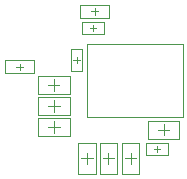
<source format=gbr>
G04*
G04 #@! TF.GenerationSoftware,Altium Limited,Altium Designer,23.0.1 (38)*
G04*
G04 Layer_Color=32768*
%FSLAX25Y25*%
%MOIN*%
G70*
G04*
G04 #@! TF.SameCoordinates,AE5763C0-F2EE-4BCA-89C6-8F578BEF2D51*
G04*
G04*
G04 #@! TF.FilePolarity,Positive*
G04*
G01*
G75*
%ADD50C,0.00394*%
%ADD51C,0.00197*%
D50*
X124000Y32630D02*
Y36370D01*
X122130Y34500D02*
X125870D01*
X131124Y32630D02*
Y36370D01*
X129254Y34500D02*
X132994D01*
X138500Y32630D02*
Y36370D01*
X136630Y34500D02*
X140370D01*
X149500Y42206D02*
Y45946D01*
X147630Y44076D02*
X151370D01*
X146387Y37760D02*
X148434D01*
X147410Y36736D02*
Y38783D01*
X101500Y63917D02*
Y66083D01*
X100417Y65000D02*
X102583D01*
X96677Y62835D02*
X106323D01*
X96677Y67165D02*
X106323D01*
Y62835D02*
Y67165D01*
X96677Y62835D02*
Y67165D01*
X126500Y82477D02*
Y84643D01*
X125417Y83560D02*
X127583D01*
X121677Y81395D02*
X131323D01*
X121677Y85725D02*
X131323D01*
Y81395D02*
Y85725D01*
X121677Y81395D02*
Y85725D01*
X124976Y78000D02*
X127024D01*
X126000Y76976D02*
Y79024D01*
X120500Y66244D02*
Y68291D01*
X119476Y67268D02*
X121524D01*
X113000Y43130D02*
Y46870D01*
X111130Y45000D02*
X114870D01*
X112941Y57130D02*
Y60870D01*
X111071Y59000D02*
X114811D01*
X113000Y50130D02*
Y53870D01*
X111130Y52000D02*
X114870D01*
D51*
X155945Y48492D02*
Y72508D01*
X124055Y48492D02*
X155945D01*
X124055D02*
Y72508D01*
X155945D01*
X121047Y29185D02*
X126953D01*
X121047Y39815D02*
X126953D01*
X121047Y29185D02*
Y39815D01*
X126953Y29185D02*
Y39815D01*
X128171Y39815D02*
X134077D01*
X128171Y29185D02*
X134077D01*
Y39815D01*
X128171Y29185D02*
Y39815D01*
X135547Y29185D02*
X141453D01*
X135547Y39815D02*
X141453D01*
X135547Y29185D02*
Y39815D01*
X141453Y29185D02*
Y39815D01*
X144185Y47029D02*
X154815D01*
X144185Y41123D02*
X154815D01*
X144185D02*
Y47029D01*
X154815Y41123D02*
Y47029D01*
X151150Y35791D02*
Y39728D01*
X143670Y35791D02*
Y39728D01*
Y35791D02*
X151150D01*
X143670Y39728D02*
X151150D01*
X129740Y76032D02*
Y79969D01*
X122260Y76032D02*
Y79969D01*
Y76032D02*
X129740D01*
X122260Y79969D02*
X129740D01*
X118532Y71008D02*
X122468D01*
X118532Y63528D02*
X122468D01*
Y71008D01*
X118532Y63528D02*
Y71008D01*
X107685Y42047D02*
X118315D01*
X107685Y47953D02*
X118315D01*
Y42047D02*
Y47953D01*
X107685Y42047D02*
Y47953D01*
X107626Y56047D02*
X118256D01*
X107626Y61953D02*
X118256D01*
Y56047D02*
Y61953D01*
X107626Y56047D02*
Y61953D01*
X107685Y49047D02*
X118315D01*
X107685Y54953D02*
X118315D01*
Y49047D02*
Y54953D01*
X107685Y49047D02*
Y54953D01*
M02*

</source>
